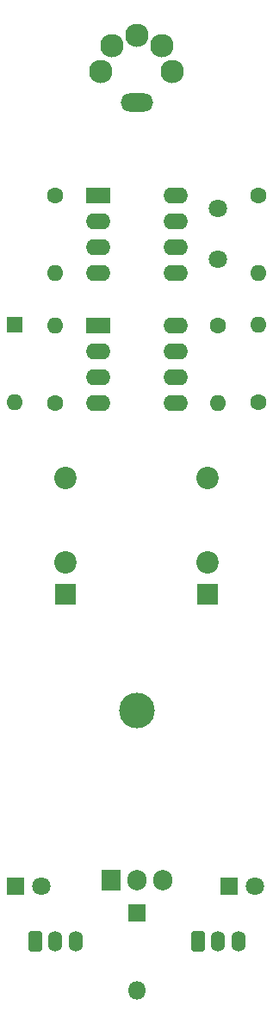
<source format=gbr>
%TF.GenerationSoftware,KiCad,Pcbnew,9.0.1*%
%TF.CreationDate,2025-06-09T19:24:01+10:00*%
%TF.ProjectId,MIDI_to_CV,4d494449-5f74-46f5-9f43-562e6b696361,rev?*%
%TF.SameCoordinates,Original*%
%TF.FileFunction,Soldermask,Bot*%
%TF.FilePolarity,Negative*%
%FSLAX46Y46*%
G04 Gerber Fmt 4.6, Leading zero omitted, Abs format (unit mm)*
G04 Created by KiCad (PCBNEW 9.0.1) date 2025-06-09 19:24:01*
%MOMM*%
%LPD*%
G01*
G04 APERTURE LIST*
G04 Aperture macros list*
%AMRoundRect*
0 Rectangle with rounded corners*
0 $1 Rounding radius*
0 $2 $3 $4 $5 $6 $7 $8 $9 X,Y pos of 4 corners*
0 Add a 4 corners polygon primitive as box body*
4,1,4,$2,$3,$4,$5,$6,$7,$8,$9,$2,$3,0*
0 Add four circle primitives for the rounded corners*
1,1,$1+$1,$2,$3*
1,1,$1+$1,$4,$5*
1,1,$1+$1,$6,$7*
1,1,$1+$1,$8,$9*
0 Add four rect primitives between the rounded corners*
20,1,$1+$1,$2,$3,$4,$5,0*
20,1,$1+$1,$4,$5,$6,$7,0*
20,1,$1+$1,$6,$7,$8,$9,0*
20,1,$1+$1,$8,$9,$2,$3,0*%
G04 Aperture macros list end*
%ADD10C,1.800000*%
%ADD11C,3.500000*%
%ADD12R,1.905000X2.000000*%
%ADD13O,1.905000X2.000000*%
%ADD14R,2.000000X2.000000*%
%ADD15C,2.200000*%
%ADD16C,1.600000*%
%ADD17O,1.600000X1.600000*%
%ADD18R,1.800000X1.800000*%
%ADD19O,1.800000X1.800000*%
%ADD20RoundRect,0.291666X-0.408334X-0.708334X0.408334X-0.708334X0.408334X0.708334X-0.408334X0.708334X0*%
%ADD21O,1.400000X2.000000*%
%ADD22R,2.400000X1.600000*%
%ADD23O,2.400000X1.600000*%
%ADD24R,1.600000X1.600000*%
%ADD25C,2.300000*%
%ADD26O,3.200000X1.800000*%
G04 APERTURE END LIST*
D10*
%TO.C,C1*%
X173000000Y-76500000D03*
X173000000Y-71500000D03*
%TD*%
D11*
%TO.C,U3*%
X165000000Y-120840000D03*
D12*
X162460000Y-137500000D03*
D13*
X165000000Y-137500000D03*
X167540000Y-137500000D03*
%TD*%
D14*
%TO.C,J3*%
X158000000Y-109400000D03*
D15*
X158000000Y-106300000D03*
X158000000Y-98000000D03*
%TD*%
D16*
%TO.C,R4*%
X177000000Y-70190000D03*
D17*
X177000000Y-77810000D03*
%TD*%
D18*
%TO.C,D2*%
X165000000Y-140750000D03*
D19*
X165000000Y-148370000D03*
%TD*%
D16*
%TO.C,R5*%
X173000000Y-83000000D03*
D17*
X173000000Y-90620000D03*
%TD*%
D20*
%TO.C,J4*%
X155000000Y-143500000D03*
D21*
X157000000Y-143500000D03*
X159000000Y-143500000D03*
%TD*%
D14*
%TO.C,J2*%
X172000000Y-109400000D03*
D15*
X172000000Y-106300000D03*
X172000000Y-98000000D03*
%TD*%
D22*
%TO.C,U2*%
X161190000Y-83000000D03*
D23*
X161190000Y-85540000D03*
X161190000Y-88080000D03*
X161190000Y-90620000D03*
X168810000Y-90620000D03*
X168810000Y-88080000D03*
X168810000Y-85540000D03*
X168810000Y-83000000D03*
%TD*%
D24*
%TO.C,D1*%
X153000000Y-82940000D03*
D17*
X153000000Y-90560000D03*
%TD*%
D22*
%TO.C,U1*%
X161190000Y-70190000D03*
D23*
X161190000Y-72730000D03*
X161190000Y-75270000D03*
X161190000Y-77810000D03*
X168810000Y-77810000D03*
X168810000Y-75270000D03*
X168810000Y-72730000D03*
X168810000Y-70190000D03*
%TD*%
D16*
%TO.C,R2*%
X157000000Y-90620000D03*
D17*
X157000000Y-83000000D03*
%TD*%
D20*
%TO.C,J5*%
X171000000Y-143550000D03*
D21*
X173000000Y-143550000D03*
X175000000Y-143550000D03*
%TD*%
D18*
%TO.C,C2*%
X153100000Y-138162500D03*
D10*
X155600000Y-138162500D03*
%TD*%
D16*
%TO.C,R3*%
X177000000Y-90500000D03*
D17*
X177000000Y-82880000D03*
%TD*%
D16*
%TO.C,R1*%
X157000000Y-70190000D03*
D17*
X157000000Y-77810000D03*
%TD*%
D25*
%TO.C,J1*%
X168500000Y-58000000D03*
X165000000Y-54500000D03*
X161500000Y-58000000D03*
X167474874Y-55525126D03*
X162525126Y-55525126D03*
D26*
X165000000Y-61100000D03*
%TD*%
D18*
%TO.C,C3*%
X174100000Y-138162500D03*
D10*
X176600000Y-138162500D03*
%TD*%
M02*

</source>
